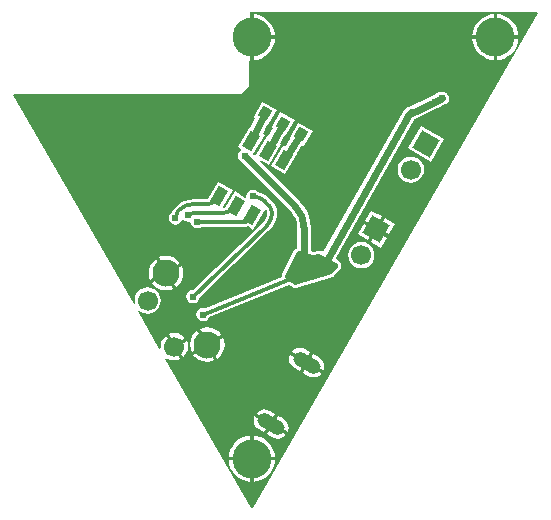
<source format=gbl>
G04*
G04 #@! TF.GenerationSoftware,Altium Limited,Altium Designer,20.2.8 (258)*
G04*
G04 Layer_Physical_Order=2*
G04 Layer_Color=16711680*
%FSLAX25Y25*%
%MOIN*%
G70*
G04*
G04 #@! TF.SameCoordinates,CDCB3E45-2178-442F-9089-F16855EB5547*
G04*
G04*
G04 #@! TF.FilePolarity,Positive*
G04*
G01*
G75*
%ADD15C,0.01200*%
%ADD56C,0.02400*%
%ADD58C,0.06693*%
%ADD59C,0.09055*%
%ADD60C,0.13000*%
%ADD61P,0.09465X4X375.0*%
G04:AMPARAMS|DCode=62|XSize=98.43mil|YSize=47.24mil|CornerRadius=0mil|HoleSize=0mil|Usage=FLASHONLY|Rotation=150.000|XOffset=0mil|YOffset=0mil|HoleType=Round|Shape=Round|*
%AMOVALD62*
21,1,0.05118,0.04724,0.00000,0.00000,150.0*
1,1,0.04724,0.02216,-0.01280*
1,1,0.04724,-0.02216,0.01280*
%
%ADD62OVALD62*%

%ADD63C,0.02400*%
G04:AMPARAMS|DCode=64|XSize=38mil|YSize=35mil|CornerRadius=0mil|HoleSize=0mil|Usage=FLASHONLY|Rotation=240.000|XOffset=0mil|YOffset=0mil|HoleType=Round|Shape=Rectangle|*
%AMROTATEDRECTD64*
4,1,4,-0.00566,0.02520,0.02466,0.00771,0.00566,-0.02520,-0.02466,-0.00771,-0.00566,0.02520,0.0*
%
%ADD64ROTATEDRECTD64*%

G04:AMPARAMS|DCode=65|XSize=35.43mil|YSize=59.06mil|CornerRadius=0mil|HoleSize=0mil|Usage=FLASHONLY|Rotation=150.000|XOffset=0mil|YOffset=0mil|HoleType=Round|Shape=Rectangle|*
%AMROTATEDRECTD65*
4,1,4,0.03011,0.01671,0.00058,-0.03443,-0.03011,-0.01671,-0.00058,0.03443,0.03011,0.01671,0.0*
%
%ADD65ROTATEDRECTD65*%

G36*
X95100Y168846D02*
X95350Y168413D01*
X250Y3696D01*
X-250D01*
X-28943Y53394D01*
X-28560Y53730D01*
X-28126Y53397D01*
X-27020Y52938D01*
X-25833Y52782D01*
X-24646Y52938D01*
X-24099Y53165D01*
X-26352Y57068D01*
X-28606Y60971D01*
X-29075Y60611D01*
X-29804Y59661D01*
X-30262Y58555D01*
X-30419Y57368D01*
X-30347Y56825D01*
X-30830Y56661D01*
X-38063Y69189D01*
X-37679Y69525D01*
X-36883Y68914D01*
X-35826Y68476D01*
X-34691Y68327D01*
X-33557Y68476D01*
X-32499Y68914D01*
X-31591Y69611D01*
X-30895Y70519D01*
X-30457Y71576D01*
X-30307Y72711D01*
X-30457Y73845D01*
X-30895Y74903D01*
X-31591Y75811D01*
X-32499Y76508D01*
X-33557Y76945D01*
X-34691Y77095D01*
X-35826Y76945D01*
X-36883Y76508D01*
X-37791Y75811D01*
X-38488Y74903D01*
X-38926Y73845D01*
X-39075Y72711D01*
X-38944Y71716D01*
X-39427Y71552D01*
X-79561Y141067D01*
X-79311Y141500D01*
X-3500D01*
X-1000Y144000D01*
Y152489D01*
X-630Y152825D01*
X-600Y152822D01*
Y160500D01*
Y168542D01*
X-695Y168664D01*
X-625Y168846D01*
X95100Y168846D01*
D02*
G37*
%LPC*%
G36*
X81800Y168178D02*
Y161100D01*
X88878D01*
X88789Y162010D01*
X88348Y163461D01*
X87633Y164799D01*
X86671Y165971D01*
X85499Y166933D01*
X84161Y167648D01*
X82709Y168089D01*
X81800Y168178D01*
D02*
G37*
G36*
X80600D02*
X79690Y168089D01*
X78239Y167648D01*
X76901Y166933D01*
X75729Y165971D01*
X74767Y164799D01*
X74052Y163461D01*
X73611Y162010D01*
X73522Y161100D01*
X80600D01*
Y168178D01*
D02*
G37*
G36*
X600D02*
Y161100D01*
X7678D01*
X7589Y162010D01*
X7148Y163461D01*
X6433Y164799D01*
X5471Y165971D01*
X4299Y166933D01*
X2961Y167648D01*
X1510Y168089D01*
X600Y168178D01*
D02*
G37*
G36*
X88878Y159900D02*
X81800D01*
Y152822D01*
X82709Y152911D01*
X84161Y153352D01*
X85499Y154067D01*
X86671Y155029D01*
X87633Y156201D01*
X88348Y157539D01*
X88789Y158991D01*
X88878Y159900D01*
D02*
G37*
G36*
X80600D02*
X73522D01*
X73611Y158991D01*
X74052Y157539D01*
X74767Y156201D01*
X75729Y155029D01*
X76901Y154067D01*
X78239Y153352D01*
X79690Y152911D01*
X80600Y152822D01*
Y159900D01*
D02*
G37*
G36*
X7678D02*
X600D01*
Y152822D01*
X1510Y152911D01*
X2961Y153352D01*
X4299Y154067D01*
X5471Y155029D01*
X6433Y156201D01*
X7148Y157539D01*
X7589Y158991D01*
X7678Y159900D01*
D02*
G37*
G36*
X63500Y142343D02*
X63450Y142333D01*
X63399Y142341D01*
X63022Y142248D01*
X62642Y142172D01*
X62599Y142144D01*
X62549Y142132D01*
X60038Y140956D01*
X60038Y140956D01*
X52346Y137357D01*
X52216Y137262D01*
X51991Y137169D01*
X51030Y136431D01*
X50292Y135470D01*
X50288Y135459D01*
X50271Y135440D01*
X23806Y88748D01*
X22989Y89195D01*
X22871Y89232D01*
X22759Y89286D01*
X22683Y89291D01*
X22609Y89314D01*
X22486Y89303D01*
X22362Y89310D01*
X20365Y89038D01*
X19643Y89230D01*
Y97058D01*
X19634Y97103D01*
X19487Y98972D01*
X19039Y100839D01*
X18304Y102614D01*
X17300Y104251D01*
X16083Y105677D01*
X16057Y105715D01*
X2629Y119143D01*
X2934Y119539D01*
X5749Y117914D01*
X9702Y124760D01*
X9240Y125027D01*
X10769Y127683D01*
X11252Y127813D01*
X11382Y127738D01*
X14282Y132761D01*
X9518Y135511D01*
X6618Y130488D01*
X7060Y130233D01*
X5531Y127577D01*
X5048Y127447D01*
X4901Y127532D01*
X1302Y121299D01*
X754Y121247D01*
X547Y121504D01*
X4246Y127910D01*
X3573Y128299D01*
X4966Y131112D01*
X5382Y131238D01*
X5382D01*
X8282Y136261D01*
X3518Y139011D01*
X618Y133988D01*
X1214Y133644D01*
X-200Y130790D01*
X-555Y130682D01*
X-555D01*
X-4508Y123836D01*
X-3707Y123374D01*
X-3688Y122785D01*
X-3986Y122586D01*
X-4472Y121858D01*
X-4643Y121000D01*
X-4472Y120142D01*
X-3986Y119414D01*
X12885Y102543D01*
X12972Y102485D01*
X13875Y101384D01*
X14595Y100038D01*
X15038Y98577D01*
X15177Y97161D01*
X15157Y97058D01*
Y90170D01*
X14608Y89941D01*
X14473Y89851D01*
X14332Y89770D01*
X14309Y89741D01*
X14277Y89719D01*
X14188Y89584D01*
X14088Y89456D01*
X10088Y81456D01*
X10046Y81301D01*
X9991Y81150D01*
X9993Y81111D01*
X9983Y81072D01*
X10003Y80913D01*
X10011Y80753D01*
X10049Y80599D01*
X-15418Y70088D01*
X-16200Y70243D01*
X-17058Y70072D01*
X-17786Y69586D01*
X-18272Y68858D01*
X-18443Y68000D01*
X-18272Y67142D01*
X-17786Y66414D01*
X-17058Y65928D01*
X-16200Y65757D01*
X-15342Y65928D01*
X-14614Y66414D01*
X-14175Y67071D01*
X12312Y78004D01*
X13775Y77126D01*
X13790Y77121D01*
X13802Y77110D01*
X13977Y77054D01*
X14150Y76991D01*
X14165Y76992D01*
X14180Y76987D01*
X14364Y77002D01*
X14547Y77011D01*
X14561Y77017D01*
X14577Y77019D01*
X27034Y80535D01*
X27134Y80586D01*
X27242Y80619D01*
X27310Y80675D01*
X27388Y80715D01*
X27461Y80801D01*
X27548Y80873D01*
X29515Y83293D01*
X29524Y83311D01*
X29539Y83325D01*
X29617Y83486D01*
X29700Y83645D01*
X29702Y83665D01*
X29711Y83683D01*
X29721Y83863D01*
X29737Y84041D01*
X29732Y84061D01*
X29733Y84081D01*
X29583Y85126D01*
X29559Y85196D01*
X29552Y85269D01*
X29493Y85382D01*
X29451Y85501D01*
X29402Y85556D01*
X29368Y85622D01*
X29271Y85703D01*
X29186Y85798D01*
X29119Y85830D01*
X29063Y85877D01*
X28056Y86427D01*
X27919Y86907D01*
X53929Y132795D01*
X54179Y133225D01*
X54247Y133287D01*
X54245Y133291D01*
X54247Y133294D01*
X61755Y136807D01*
X61858Y136828D01*
X61997Y136920D01*
X64451Y138068D01*
X64763Y138298D01*
X65086Y138514D01*
X65114Y138556D01*
X65156Y138587D01*
X65357Y138919D01*
X65572Y139242D01*
X65582Y139292D01*
X65609Y139336D01*
X65667Y139719D01*
X65743Y140100D01*
X65733Y140150D01*
X65741Y140201D01*
X65648Y140578D01*
X65572Y140958D01*
X65544Y141001D01*
X65532Y141051D01*
X65302Y141363D01*
X65086Y141686D01*
X65044Y141715D01*
X65013Y141756D01*
X64681Y141957D01*
X64358Y142172D01*
X64308Y142182D01*
X64264Y142209D01*
X63881Y142267D01*
X63500Y142343D01*
D02*
G37*
G36*
X15518Y132011D02*
X12618Y126988D01*
X12618Y126988D01*
X12720Y126557D01*
X11023Y123998D01*
X10357Y124382D01*
X6404Y117536D01*
X11205Y114764D01*
X15158Y121610D01*
X15158Y121610D01*
X15070Y121983D01*
X16791Y124579D01*
X17382Y124238D01*
X20282Y129261D01*
X15518Y132011D01*
D02*
G37*
G36*
X56409Y130937D02*
X52063Y123409D01*
X59591Y119063D01*
X63937Y126591D01*
X56409Y130937D01*
D02*
G37*
G36*
X53000Y120724D02*
X51865Y120574D01*
X50808Y120136D01*
X49900Y119440D01*
X49203Y118532D01*
X48765Y117474D01*
X48616Y116340D01*
X48765Y115205D01*
X49203Y114148D01*
X49900Y113240D01*
X50808Y112543D01*
X51865Y112105D01*
X53000Y111956D01*
X54135Y112105D01*
X55192Y112543D01*
X56100Y113240D01*
X56797Y114148D01*
X57235Y115205D01*
X57384Y116340D01*
X57235Y117474D01*
X56797Y118532D01*
X56100Y119440D01*
X55192Y120136D01*
X54135Y120574D01*
X53000Y120724D01*
D02*
G37*
G36*
X-11205Y112236D02*
X-14472Y106577D01*
X-14751Y106522D01*
X-14800Y106531D01*
X-19372D01*
Y106541D01*
X-21024Y106378D01*
X-22613Y105896D01*
X-24077Y105113D01*
X-25360Y104060D01*
X-25354Y104053D01*
X-25734Y103673D01*
X-25741Y103680D01*
X-26501Y102690D01*
X-26737Y102120D01*
X-27086Y101886D01*
X-27572Y101158D01*
X-27743Y100300D01*
X-27572Y99442D01*
X-27086Y98714D01*
X-26358Y98228D01*
X-25500Y98057D01*
X-24642Y98228D01*
X-23914Y98714D01*
X-23428Y99442D01*
X-23392Y99621D01*
X-22861Y99726D01*
X-22786Y99614D01*
X-22058Y99128D01*
X-21200Y98957D01*
X-20533Y99090D01*
X-20443Y99000D01*
X-20272Y98142D01*
X-19786Y97414D01*
X-19058Y96928D01*
X-18200Y96757D01*
X-17342Y96928D01*
X-16682Y97369D01*
X-1996D01*
Y97368D01*
X-1400Y97446D01*
X555Y96318D01*
X4320Y102840D01*
X4347Y102858D01*
X4916Y102872D01*
X5029Y102704D01*
X5127Y102209D01*
X5124Y102191D01*
X5117Y101734D01*
X5117Y101734D01*
X5009Y100913D01*
X4454Y99575D01*
X3636Y98509D01*
X3577Y98471D01*
X-19622Y76239D01*
X-20458Y76072D01*
X-21186Y75586D01*
X-21672Y74858D01*
X-21843Y74000D01*
X-21672Y73142D01*
X-21186Y72414D01*
X-20458Y71928D01*
X-19600Y71757D01*
X-18742Y71928D01*
X-18014Y72414D01*
X-17528Y73142D01*
X-17384Y73864D01*
X5505Y95800D01*
X5868Y96132D01*
X5868D01*
X6961Y97464D01*
X7773Y98984D01*
X8273Y100633D01*
X8341Y101321D01*
X8387Y101550D01*
Y102191D01*
X8395D01*
X8238Y103383D01*
X7778Y104493D01*
X7049Y105443D01*
X7044Y105439D01*
X7042Y105439D01*
X5606Y106875D01*
X5606Y106875D01*
X5609Y106878D01*
X4493Y107794D01*
X3219Y108475D01*
X2101Y108814D01*
X1986Y108986D01*
X1258Y109472D01*
X400Y109643D01*
X-458Y109472D01*
X-1186Y108986D01*
X-1672Y108258D01*
X-1843Y107400D01*
X-1833Y107351D01*
X-2240Y107060D01*
X-5749Y109086D01*
X-8863Y103691D01*
X-9269Y103617D01*
X-9545Y104024D01*
X-6404Y109464D01*
X-11205Y112236D01*
D02*
G37*
G36*
X39836Y102711D02*
X37863Y99293D01*
X41280Y97320D01*
X43254Y100737D01*
X39836Y102711D01*
D02*
G37*
G36*
X44293Y100137D02*
X42320Y96720D01*
X45737Y94746D01*
X47711Y98164D01*
X44293Y100137D01*
D02*
G37*
G36*
X37263Y98254D02*
X35289Y94836D01*
X38707Y92863D01*
X40680Y96280D01*
X37263Y98254D01*
D02*
G37*
G36*
X41720Y95680D02*
X39746Y92263D01*
X43164Y90289D01*
X45137Y93707D01*
X41720Y95680D01*
D02*
G37*
G36*
X36500Y92224D02*
X35365Y92074D01*
X34308Y91636D01*
X33400Y90940D01*
X32703Y90032D01*
X32265Y88974D01*
X32116Y87840D01*
X32265Y86705D01*
X32703Y85648D01*
X33400Y84740D01*
X34308Y84043D01*
X35365Y83605D01*
X36500Y83456D01*
X37635Y83605D01*
X38692Y84043D01*
X39600Y84740D01*
X40297Y85648D01*
X40735Y86705D01*
X40884Y87840D01*
X40735Y88974D01*
X40297Y90032D01*
X39600Y90940D01*
X38692Y91636D01*
X37635Y92074D01*
X36500Y92224D01*
D02*
G37*
G36*
X-28628Y87671D02*
X-30123Y87474D01*
X-30957Y87129D01*
X-28408Y82714D01*
X-23993Y85263D01*
X-24543Y85979D01*
X-25739Y86897D01*
X-27133Y87474D01*
X-28628Y87671D01*
D02*
G37*
G36*
X-31996Y86529D02*
X-32713Y85979D01*
X-33631Y84782D01*
X-34208Y83389D01*
X-34405Y81894D01*
X-34208Y80399D01*
X-33862Y79565D01*
X-29447Y82114D01*
X-31996Y86529D01*
D02*
G37*
G36*
X-23393Y84223D02*
X-27808Y81674D01*
X-25259Y77259D01*
X-24543Y77809D01*
X-23625Y79006D01*
X-23048Y80399D01*
X-22851Y81894D01*
X-23048Y83389D01*
X-23393Y84223D01*
D02*
G37*
G36*
X-28847Y81074D02*
X-33262Y78525D01*
X-32713Y77809D01*
X-31516Y76891D01*
X-30123Y76314D01*
X-28628Y76117D01*
X-27133Y76314D01*
X-26298Y76660D01*
X-28847Y81074D01*
D02*
G37*
G36*
X-14848Y63804D02*
X-16343Y63607D01*
X-17178Y63262D01*
X-14629Y58847D01*
X-10214Y61396D01*
X-10763Y62112D01*
X-11960Y63030D01*
X-13353Y63607D01*
X-14848Y63804D01*
D02*
G37*
G36*
X-25833Y61954D02*
X-27020Y61797D01*
X-27566Y61571D01*
X-25613Y58188D01*
X-22230Y60141D01*
X-22590Y60611D01*
X-23540Y61339D01*
X-24646Y61797D01*
X-25833Y61954D01*
D02*
G37*
G36*
X-18217Y62662D02*
X-18933Y62112D01*
X-19851Y60916D01*
X-20428Y59522D01*
X-20625Y58027D01*
X-20428Y56532D01*
X-20083Y55698D01*
X-15668Y58247D01*
X-18217Y62662D01*
D02*
G37*
G36*
X-21630Y59102D02*
X-25013Y57148D01*
X-23060Y53765D01*
X-22590Y54125D01*
X-21861Y55075D01*
X-21403Y56181D01*
X-21247Y57368D01*
X-21403Y58555D01*
X-21630Y59102D01*
D02*
G37*
G36*
X-9614Y60357D02*
X-14029Y57808D01*
X-11480Y53393D01*
X-10763Y53942D01*
X-9845Y55139D01*
X-9268Y56532D01*
X-9071Y58027D01*
X-9268Y59522D01*
X-9614Y60357D01*
D02*
G37*
G36*
X16030Y56904D02*
X15100Y56782D01*
X14234Y56423D01*
X13490Y55852D01*
X13287Y55588D01*
X18027Y52851D01*
X19523Y55443D01*
X17827Y56423D01*
X16960Y56782D01*
X16030Y56904D01*
D02*
G37*
G36*
X-15068Y57208D02*
X-19483Y54659D01*
X-18933Y53942D01*
X-17737Y53024D01*
X-16343Y52447D01*
X-14848Y52250D01*
X-13353Y52447D01*
X-12519Y52793D01*
X-15068Y57208D01*
D02*
G37*
G36*
X20562Y54843D02*
X19066Y52251D01*
X23806Y49515D01*
X23933Y49822D01*
X24056Y50752D01*
X23933Y51682D01*
X23574Y52549D01*
X23003Y53293D01*
X22259Y53864D01*
X20562Y54843D01*
D02*
G37*
G36*
X12687Y54549D02*
X12560Y54241D01*
X12437Y53311D01*
X12560Y52381D01*
X12919Y51515D01*
X13490Y50771D01*
X14234Y50200D01*
X15930Y49220D01*
X17427Y51812D01*
X12687Y54549D01*
D02*
G37*
G36*
X18466Y51212D02*
X16970Y48620D01*
X18666Y47641D01*
X19533Y47282D01*
X20463Y47159D01*
X21393Y47282D01*
X22259Y47641D01*
X23003Y48212D01*
X23206Y48476D01*
X18466Y51212D01*
D02*
G37*
G36*
X4219Y36447D02*
X3289Y36325D01*
X2423Y35966D01*
X1679Y35395D01*
X1476Y35131D01*
X6216Y32394D01*
X7712Y34986D01*
X6016Y35966D01*
X5149Y36325D01*
X4219Y36447D01*
D02*
G37*
G36*
X8751Y34386D02*
X7255Y31794D01*
X11995Y29058D01*
X12122Y29365D01*
X12245Y30295D01*
X12122Y31225D01*
X11763Y32091D01*
X11192Y32836D01*
X10448Y33407D01*
X8751Y34386D01*
D02*
G37*
G36*
X876Y34091D02*
X749Y33784D01*
X626Y32854D01*
X749Y31924D01*
X1108Y31058D01*
X1679Y30314D01*
X2423Y29743D01*
X4119Y28763D01*
X5616Y31355D01*
X876Y34091D01*
D02*
G37*
G36*
X6655Y30755D02*
X5159Y28163D01*
X6855Y27183D01*
X7722Y26825D01*
X8652Y26702D01*
X9582Y26825D01*
X10448Y27183D01*
X11192Y27754D01*
X11395Y28018D01*
X6655Y30755D01*
D02*
G37*
G36*
X600Y27678D02*
Y20600D01*
X7678D01*
X7589Y21509D01*
X7148Y22961D01*
X6433Y24299D01*
X5471Y25471D01*
X4299Y26433D01*
X2961Y27148D01*
X1510Y27589D01*
X600Y27678D01*
D02*
G37*
G36*
X-600D02*
X-1510Y27589D01*
X-2961Y27148D01*
X-4299Y26433D01*
X-5471Y25471D01*
X-6433Y24299D01*
X-7148Y22961D01*
X-7589Y21509D01*
X-7678Y20600D01*
X-600D01*
Y27678D01*
D02*
G37*
G36*
X7678Y19400D02*
X600D01*
Y12322D01*
X1510Y12411D01*
X2961Y12852D01*
X4299Y13567D01*
X5471Y14529D01*
X6433Y15701D01*
X7148Y17039D01*
X7589Y18490D01*
X7678Y19400D01*
D02*
G37*
G36*
X-600D02*
X-7678D01*
X-7589Y18490D01*
X-7148Y17039D01*
X-6433Y15701D01*
X-5471Y14529D01*
X-4299Y13567D01*
X-2961Y12852D01*
X-1510Y12411D01*
X-600Y12322D01*
Y19400D01*
D02*
G37*
%LPD*%
G36*
X20300Y88000D02*
X22500Y88300D01*
X28574Y84982D01*
X28723Y83936D01*
X26757Y81516D01*
X14300Y78000D01*
X11300Y79800D01*
X11000Y81000D01*
X15000Y89000D01*
X15600Y89250D01*
X20300Y88000D01*
D02*
G37*
D15*
X6755Y102191D02*
G03*
X5889Y104285I-2964J0D01*
G01*
X4453Y105721D02*
G03*
X400Y107400I-4053J-4053D01*
G01*
X4706Y97294D02*
G03*
X6755Y101550I-5055J5055D01*
G01*
X-14800Y104900D02*
G03*
X-12253Y105955I0J3602D01*
G01*
X-19372Y104900D02*
G03*
X-24200Y102900I0J-6828D01*
G01*
X-24581Y102519D02*
G03*
X-25500Y100300I2219J-2219D01*
G01*
X-10300Y101800D02*
G03*
X-6035Y103567I0J6031D01*
G01*
X-19751Y101800D02*
G03*
X-21200Y101200I0J-2049D01*
G01*
X-1996Y99000D02*
G03*
X131Y101127I0J2127D01*
G01*
X4453Y105721D02*
X5889Y104285D01*
X100Y107400D02*
X400D01*
X-18200Y99000D02*
X-1996D01*
X-19751Y101800D02*
X-10300D01*
X-16200Y68000D02*
X13600Y80300D01*
X6755Y101550D02*
Y102191D01*
X-19600Y74000D02*
X4706Y97294D01*
X-12253Y105955D02*
X-10781Y107427D01*
X-19372Y104900D02*
X-14800D01*
X-24581Y102519D02*
X-24200Y102900D01*
X-6035Y103567D02*
X-5325Y104277D01*
X-21400Y101200D02*
X-21200D01*
D56*
X17400Y97058D02*
G03*
X14471Y104129I-10000J0D01*
G01*
X53296Y135326D02*
G03*
X52223Y134334I1014J-2175D01*
G01*
X-2400Y121000D02*
X14471Y104129D01*
X10781Y119573D02*
X16450Y128124D01*
X5325Y122723D02*
X10450Y131624D01*
X-131Y125873D02*
X4450Y135124D01*
X17400Y87500D02*
Y97058D01*
X60988Y138925D02*
X63500Y140100D01*
X53296Y135326D02*
X60988Y138925D01*
X24600Y85600D02*
X52223Y134334D01*
D58*
X36500Y87840D02*
D03*
X-25833Y57368D02*
D03*
X-34691Y72711D02*
D03*
X53000Y116340D02*
D03*
D59*
X-14848Y58027D02*
D03*
X-28628Y81894D02*
D03*
D60*
X0Y160500D02*
D03*
Y20000D02*
D03*
X81200Y160500D02*
D03*
D61*
X41500Y96500D02*
D03*
X58000Y125000D02*
D03*
D62*
X18247Y52032D02*
D03*
X6435Y31574D02*
D03*
D63*
X-30200Y117500D02*
D03*
X-26300Y122100D02*
D03*
X46400Y88200D02*
D03*
X53800Y102700D02*
D03*
X71800Y132400D02*
D03*
X77200Y141300D02*
D03*
X26400Y124100D02*
D03*
X27200Y116700D02*
D03*
X11900Y111600D02*
D03*
X19400Y116700D02*
D03*
X19500Y124100D02*
D03*
X9000Y104700D02*
D03*
X13100Y143300D02*
D03*
X27700Y140300D02*
D03*
X27100Y132000D02*
D03*
X19400Y132300D02*
D03*
X19700Y142300D02*
D03*
X-2400Y121000D02*
D03*
X58500Y112000D02*
D03*
X65000Y122500D02*
D03*
X-11000Y31500D02*
D03*
X3000Y148000D02*
D03*
X44000Y139000D02*
D03*
X38000D02*
D03*
X80000Y150000D02*
D03*
X70000Y166000D02*
D03*
X60000D02*
D03*
X50000D02*
D03*
X40000D02*
D03*
X30000D02*
D03*
X20000D02*
D03*
X10000D02*
D03*
X-20500Y48000D02*
D03*
X-73000Y134000D02*
D03*
X-69000Y126500D02*
D03*
X-14000Y86000D02*
D03*
X-19000D02*
D03*
X-4000Y77000D02*
D03*
X7500Y91000D02*
D03*
Y94500D02*
D03*
X4200Y109500D02*
D03*
X-18200Y99000D02*
D03*
X400Y107400D02*
D03*
X36900Y123400D02*
D03*
X27000Y107000D02*
D03*
X44000Y144000D02*
D03*
X38000D02*
D03*
X44000Y149000D02*
D03*
X38000D02*
D03*
X44000Y154000D02*
D03*
X38000D02*
D03*
X44000Y159000D02*
D03*
X38000D02*
D03*
X15500Y148000D02*
D03*
X12500D02*
D03*
X-1000Y140000D02*
D03*
X-7500D02*
D03*
X-14000D02*
D03*
X-21000D02*
D03*
X-75000D02*
D03*
X-70000D02*
D03*
X-65000D02*
D03*
X-60000D02*
D03*
X-55000D02*
D03*
X-50000D02*
D03*
X-45000D02*
D03*
X-40000D02*
D03*
X-35000D02*
D03*
X-30000D02*
D03*
X-21200Y131400D02*
D03*
X-47800Y91600D02*
D03*
X-41600Y95000D02*
D03*
X-54700Y131000D02*
D03*
X-33600Y95200D02*
D03*
X-30400Y100600D02*
D03*
X-16400Y108200D02*
D03*
X-19500D02*
D03*
X-46200Y111700D02*
D03*
X-46300Y106300D02*
D03*
X-50700Y114100D02*
D03*
X-52100Y108300D02*
D03*
X-57300Y105300D02*
D03*
X-65000Y120400D02*
D03*
X-58700Y124100D02*
D03*
X-31200Y112000D02*
D03*
X-35400Y116700D02*
D03*
X-40600Y120100D02*
D03*
X-44300Y124500D02*
D03*
X-47900Y129700D02*
D03*
X-16200Y68000D02*
D03*
X24600Y85600D02*
D03*
X61000Y138900D02*
D03*
X63500Y140100D02*
D03*
X27000Y84200D02*
D03*
X22300Y86900D02*
D03*
X17400Y87500D02*
D03*
X16100Y85100D02*
D03*
X14900Y82700D02*
D03*
X13600Y80300D02*
D03*
X-19600Y74000D02*
D03*
X-21200Y101200D02*
D03*
X-25500Y100300D02*
D03*
D64*
X4450Y135124D02*
D03*
X7900Y141100D02*
D03*
X10450Y131624D02*
D03*
X13900Y137600D02*
D03*
X16450Y128124D02*
D03*
X19900Y134100D02*
D03*
D65*
X5325Y122723D02*
D03*
X-131Y125873D02*
D03*
X10781Y119573D02*
D03*
X131Y101127D02*
D03*
X-10781Y107427D02*
D03*
X-5325Y104277D02*
D03*
M02*

</source>
